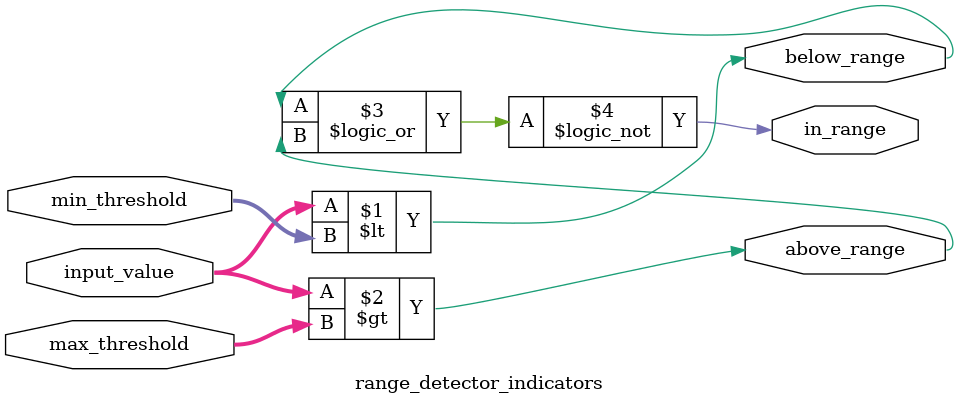
<source format=sv>
module range_detector_indicators(
    input wire [11:0] input_value,
    input wire [11:0] min_threshold, max_threshold,
    output wire in_range,
    output wire below_range,
    output wire above_range
);
    assign below_range = (input_value < min_threshold);
    assign above_range = (input_value > max_threshold);
    assign in_range = !(below_range || above_range);
endmodule
</source>
